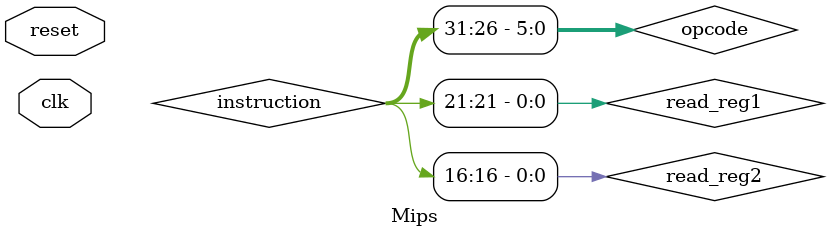
<source format=v>
module Mips (input clk,reset );
wire [31:0] pc_in ,pc_next ; 
wire [31:0] instruction ; 

wire equal, branch ; 
wire [15:0] branch_offset ;
ProgramCounter Program_counter( clk, reset ,branch,equal ,branch_offset , pc_in , pc_next) ; 


InstructionMemory  IM (  pc_next , instruction );


wire [5:0] opcode = instruction[31:26] ; 
wire[5:0] funct = instruction [5:0] ;
wire [3:0]  alu_op  ;
wire reg_dst,alu_src, mem_read , mem_write ; 
wire [4:0] write_reg ; 


ControlUnit CU (
    opcode,clk ,funct,
    reg_dst, alu_src, mem_to_reg, reg_write, mem_read, mem_write, branch, alu_op 
);


assign write_reg = reg_dst ? instruction[15:11] : instruction[20:16];

wire read_reg1 = instruction [25:21] ;
wire read_reg2 = instruction [20:16] ;
wire [31:0] write_data ; 
wire [31:0] read_data1 ; 
wire [31:0] read_data2 ; 


RegisterFile RF (clk, reg_write,
    read_reg1, read_reg2, write_reg,
    write_data, read_data1, read_data2  )   ; 


wire [31:0] second_operand ; 

assign second_operand = alu_src ? instruction [15:0] : read_data2 ; 

wire [31:0] Alu_result ; 

ALU Alu (read_data1, second_operand,alu_op,Alu_result,equal) ;

// ALU Alu (read_data1 , second_operand, [3:0] ALU_Control, output reg [31:0] result,output zero );

DataMemory DM (
    clk, mem_read, mem_write,
    Alu_result, write_data,
    read_data );

assign  write_data = mem_to_reg ?  read_data : Alu_result ; 
// assign  write_data = mem_to_reg ? Alu_result: read_data ; 



endmodule


</source>
